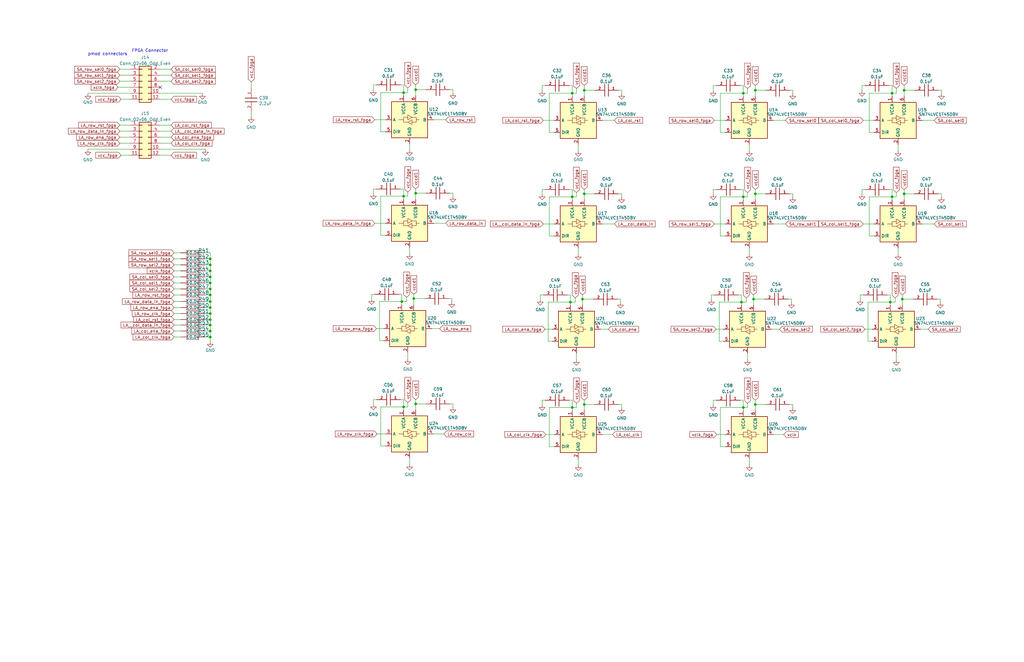
<source format=kicad_sch>
(kicad_sch (version 20230121) (generator eeschema)
  (paper "B")
  (title_block (date "2023-02-15"))
  (junction (at 313.436 171.958))
  (junction (at 88.646 109.22))
  (junction (at 376.174 83.058))
  (junction (at 88.646 114.3))
  (junction (at 240.538 127.508))
  (junction (at 313.436 39.37))
  (junction (at 241.3 39.37))
  (junction (at 88.646 124.46))
  (junction (at 88.646 129.794))
  (junction (at 170.18 171.704))
  (junction (at 88.646 134.874))
  (junction (at 175.26 37.846))
  (junction (at 381.254 81.788))
  (junction (at 174.498 125.984))
  (junction (at 246.38 81.788))
  (junction (at 88.646 137.16))
  (junction (at 246.38 170.688))
  (junction (at 175.26 81.534))
  (junction (at 170.18 39.116))
  (junction (at 88.646 132.334))
  (junction (at 312.674 127.508))
  (junction (at 169.418 127.254))
  (junction (at 246.38 38.1))
  (junction (at 380.492 126.238))
  (junction (at 317.754 126.238))
  (junction (at 318.516 81.788))
  (junction (at 318.516 170.688))
  (junction (at 88.646 119.38))
  (junction (at 88.646 111.76))
  (junction (at 175.26 170.434))
  (junction (at 88.646 121.92))
  (junction (at 376.174 39.37))
  (junction (at 170.18 82.804))
  (junction (at 318.516 38.1))
  (junction (at 245.618 126.238))
  (junction (at 88.646 142.24))
  (junction (at 88.646 139.7))
  (junction (at 241.3 171.958))
  (junction (at 88.646 116.84))
  (junction (at 375.412 127.508))
  (junction (at 88.646 127.254))
  (junction (at 313.436 83.058))
  (junction (at 241.3 83.058))
  (junction (at 381.254 38.1))
  (no_connect (at 67.564 36.83))
  (wire (pts (xy 334.264 39.37) (xy 334.264 38.1)))
  (wire (pts (xy 229.108 50.8) (xy 233.68 50.8)))
  (wire (pts (xy 305.816 188.468) (xy 303.784 188.468)))
  (wire (pts (xy 50.546 57.912) (xy 54.864 57.912)))
  (wire (pts (xy 73.406 132.334) (xy 76.2 132.334)))
  (wire (pts (xy 175.26 170.434) (xy 179.578 170.434)))
  (wire (pts (xy 88.646 139.7) (xy 88.646 142.24)))
  (wire (pts (xy 303.784 188.468) (xy 303.784 171.958)))
  (wire (pts (xy 191.008 37.846) (xy 189.738 37.846)))
  (wire (pts (xy 363.982 50.8) (xy 368.554 50.8)))
  (wire (pts (xy 318.516 168.91) (xy 318.516 170.688)))
  (wire (pts (xy 170.18 82.804) (xy 171.958 82.804)))
  (wire (pts (xy 182.88 183.134) (xy 187.198 183.134)))
  (wire (pts (xy 299.974 126.238) (xy 299.974 124.46)))
  (wire (pts (xy 175.26 37.846) (xy 175.26 40.386)))
  (wire (pts (xy 245.618 124.46) (xy 245.618 126.238)))
  (wire (pts (xy 367.792 144.018) (xy 366.014 144.018)))
  (wire (pts (xy 313.436 36.068) (xy 312.166 36.068)))
  (wire (pts (xy 88.646 132.334) (xy 88.646 134.874)))
  (wire (pts (xy 312.674 127.508) (xy 314.706 127.508)))
  (wire (pts (xy 380.492 126.238) (xy 385.064 126.238)))
  (wire (pts (xy 160.528 39.116) (xy 170.18 39.116)))
  (wire (pts (xy 175.26 79.756) (xy 175.26 81.534)))
  (wire (pts (xy 67.564 60.452) (xy 72.136 60.452)))
  (wire (pts (xy 227.838 126.238) (xy 227.838 124.46)))
  (wire (pts (xy 67.564 34.29) (xy 72.136 34.29)))
  (wire (pts (xy 377.444 125.73) (xy 377.444 127.508)))
  (wire (pts (xy 175.26 81.534) (xy 175.26 84.074)))
  (wire (pts (xy 169.418 127.254) (xy 169.418 128.524)))
  (wire (pts (xy 160.528 171.704) (xy 170.18 171.704)))
  (wire (pts (xy 363.474 36.068) (xy 364.744 36.068)))
  (wire (pts (xy 262.128 170.688) (xy 260.858 170.688)))
  (wire (pts (xy 363.982 94.488) (xy 368.554 94.488)))
  (wire (pts (xy 313.436 80.01) (xy 312.166 80.01)))
  (wire (pts (xy 333.756 127.508) (xy 333.756 126.238)))
  (wire (pts (xy 381.254 80.01) (xy 381.254 81.788)))
  (wire (pts (xy 170.18 79.756) (xy 168.91 79.756)))
  (wire (pts (xy 157.48 35.814) (xy 158.75 35.814)))
  (wire (pts (xy 334.264 83.058) (xy 334.264 81.788)))
  (wire (pts (xy 73.406 114.3) (xy 76.2 114.3)))
  (wire (pts (xy 375.412 124.46) (xy 374.142 124.46)))
  (wire (pts (xy 262.128 38.1) (xy 260.858 38.1)))
  (wire (pts (xy 397.002 38.1) (xy 395.732 38.1)))
  (wire (pts (xy 315.976 60.96) (xy 315.976 63.5)))
  (wire (pts (xy 157.988 50.546) (xy 162.56 50.546)))
  (wire (pts (xy 241.3 39.37) (xy 241.3 40.64)))
  (wire (pts (xy 73.406 129.794) (xy 76.2 129.794)))
  (wire (pts (xy 229.108 94.488) (xy 233.68 94.488)))
  (wire (pts (xy 262.128 81.788) (xy 260.858 81.788)))
  (wire (pts (xy 174.498 125.984) (xy 179.07 125.984)))
  (wire (pts (xy 88.646 119.38) (xy 88.646 121.92)))
  (wire (pts (xy 261.62 127.508) (xy 261.62 126.238)))
  (wire (pts (xy 318.516 81.788) (xy 322.834 81.788)))
  (wire (pts (xy 160.528 188.214) (xy 160.528 171.704)))
  (wire (pts (xy 157.988 94.234) (xy 162.56 94.234)))
  (wire (pts (xy 381.254 81.788) (xy 385.572 81.788)))
  (wire (pts (xy 171.958 169.926) (xy 171.958 171.704)))
  (wire (pts (xy 381.254 38.1) (xy 381.254 40.64)))
  (wire (pts (xy 326.136 50.8) (xy 331.216 50.8)))
  (wire (pts (xy 246.38 81.788) (xy 250.698 81.788)))
  (wire (pts (xy 67.564 41.91) (xy 72.136 41.91)))
  (wire (pts (xy 376.174 83.058) (xy 376.174 80.01)))
  (wire (pts (xy 333.756 126.238) (xy 332.486 126.238)))
  (wire (pts (xy 161.798 143.764) (xy 160.02 143.764)))
  (wire (pts (xy 254 94.488) (xy 259.08 94.488)))
  (wire (pts (xy 254 50.8) (xy 259.08 50.8)))
  (wire (pts (xy 240.538 124.46) (xy 239.268 124.46)))
  (wire (pts (xy 73.406 137.16) (xy 76.2 137.16)))
  (wire (pts (xy 301.244 50.8) (xy 305.816 50.8)))
  (wire (pts (xy 243.84 104.648) (xy 243.84 107.188)))
  (wire (pts (xy 396.494 127.508) (xy 396.494 126.238)))
  (wire (pts (xy 246.38 36.068) (xy 246.38 38.1)))
  (wire (pts (xy 157.48 79.756) (xy 158.75 79.756)))
  (wire (pts (xy 50.546 31.75) (xy 54.864 31.75)))
  (wire (pts (xy 388.874 50.8) (xy 393.954 50.8)))
  (wire (pts (xy 376.174 83.058) (xy 376.174 84.328)))
  (wire (pts (xy 50.546 55.372) (xy 54.864 55.372)))
  (wire (pts (xy 396.494 126.238) (xy 395.224 126.238)))
  (wire (pts (xy 157.48 170.434) (xy 157.48 168.656)))
  (wire (pts (xy 231.14 144.018) (xy 231.14 127.508)))
  (wire (pts (xy 182.88 94.234) (xy 187.96 94.234)))
  (wire (pts (xy 230.124 183.388) (xy 233.68 183.388)))
  (wire (pts (xy 73.406 142.24) (xy 76.2 142.24)))
  (wire (pts (xy 88.646 106.68) (xy 88.646 109.22)))
  (wire (pts (xy 315.976 193.548) (xy 315.976 196.088)))
  (wire (pts (xy 376.174 80.01) (xy 374.904 80.01)))
  (wire (pts (xy 73.406 121.92) (xy 76.2 121.92)))
  (wire (pts (xy 86.36 129.794) (xy 88.646 129.794)))
  (wire (pts (xy 88.646 109.22) (xy 88.646 111.76)))
  (wire (pts (xy 160.528 82.804) (xy 170.18 82.804)))
  (wire (pts (xy 381.254 81.788) (xy 381.254 84.328)))
  (wire (pts (xy 318.516 38.1) (xy 318.516 40.64)))
  (wire (pts (xy 366.522 83.058) (xy 376.174 83.058)))
  (wire (pts (xy 378.714 60.96) (xy 378.714 63.5)))
  (wire (pts (xy 246.38 168.91) (xy 246.38 170.688)))
  (wire (pts (xy 86.36 124.46) (xy 88.646 124.46)))
  (wire (pts (xy 73.406 106.68) (xy 76.2 106.68)))
  (wire (pts (xy 303.784 171.958) (xy 313.436 171.958)))
  (wire (pts (xy 86.36 127.254) (xy 88.646 127.254)))
  (wire (pts (xy 240.538 127.508) (xy 242.57 127.508)))
  (wire (pts (xy 88.646 129.794) (xy 88.646 132.334)))
  (wire (pts (xy 67.564 62.992) (xy 86.614 62.992)))
  (wire (pts (xy 318.516 170.688) (xy 318.516 173.228)))
  (wire (pts (xy 240.538 127.508) (xy 240.538 128.778)))
  (wire (pts (xy 228.6 170.688) (xy 228.6 168.91)))
  (wire (pts (xy 170.18 82.804) (xy 170.18 84.074)))
  (wire (pts (xy 305.054 144.018) (xy 303.276 144.018)))
  (wire (pts (xy 314.706 125.73) (xy 314.706 127.508)))
  (wire (pts (xy 156.718 124.206) (xy 157.988 124.206)))
  (wire (pts (xy 233.68 99.568) (xy 231.648 99.568)))
  (wire (pts (xy 162.56 188.214) (xy 160.528 188.214)))
  (wire (pts (xy 245.618 126.238) (xy 245.618 128.778)))
  (wire (pts (xy 375.412 127.508) (xy 375.412 124.46)))
  (wire (pts (xy 246.38 81.788) (xy 246.38 84.328)))
  (wire (pts (xy 86.36 119.38) (xy 88.646 119.38)))
  (wire (pts (xy 67.564 65.532) (xy 72.136 65.532)))
  (wire (pts (xy 380.492 126.238) (xy 380.492 128.778)))
  (wire (pts (xy 169.418 127.254) (xy 169.418 124.206)))
  (wire (pts (xy 191.008 82.804) (xy 191.008 81.534)))
  (wire (pts (xy 86.36 121.92) (xy 88.646 121.92)))
  (wire (pts (xy 37.084 62.992) (xy 54.864 62.992)))
  (wire (pts (xy 375.412 127.508) (xy 377.444 127.508)))
  (wire (pts (xy 73.406 134.874) (xy 76.2 134.874)))
  (wire (pts (xy 363.474 38.1) (xy 363.474 36.068)))
  (wire (pts (xy 160.02 127.254) (xy 169.418 127.254)))
  (wire (pts (xy 233.68 188.468) (xy 231.648 188.468)))
  (wire (pts (xy 160.528 99.314) (xy 160.528 82.804)))
  (wire (pts (xy 170.18 168.656) (xy 168.91 168.656)))
  (wire (pts (xy 73.406 111.76) (xy 76.2 111.76)))
  (wire (pts (xy 73.406 116.84) (xy 76.2 116.84)))
  (wire (pts (xy 157.48 81.534) (xy 157.48 79.756)))
  (wire (pts (xy 378.714 104.648) (xy 378.714 107.188)))
  (wire (pts (xy 241.3 83.058) (xy 241.3 84.328)))
  (wire (pts (xy 243.078 149.098) (xy 243.078 151.638)))
  (wire (pts (xy 246.38 38.1) (xy 250.698 38.1)))
  (wire (pts (xy 67.564 55.372) (xy 72.136 55.372)))
  (wire (pts (xy 301.244 94.488) (xy 305.816 94.488)))
  (wire (pts (xy 326.136 94.488) (xy 331.216 94.488)))
  (wire (pts (xy 397.002 39.37) (xy 397.002 38.1)))
  (wire (pts (xy 381.254 36.068) (xy 381.254 38.1)))
  (wire (pts (xy 246.38 80.01) (xy 246.38 81.788)))
  (wire (pts (xy 241.3 80.01) (xy 240.03 80.01)))
  (wire (pts (xy 303.784 99.568) (xy 303.784 83.058)))
  (wire (pts (xy 88.646 116.84) (xy 88.646 114.3)))
  (wire (pts (xy 190.5 125.984) (xy 189.23 125.984)))
  (wire (pts (xy 162.56 55.626) (xy 160.528 55.626)))
  (wire (pts (xy 227.838 124.46) (xy 229.108 124.46)))
  (wire (pts (xy 105.918 34.544) (xy 105.918 37.084)))
  (wire (pts (xy 313.436 83.058) (xy 315.214 83.058)))
  (wire (pts (xy 170.18 171.704) (xy 170.18 168.656)))
  (wire (pts (xy 318.516 81.788) (xy 318.516 84.328)))
  (wire (pts (xy 241.3 83.058) (xy 243.078 83.058)))
  (wire (pts (xy 88.646 111.76) (xy 88.646 114.3)))
  (wire (pts (xy 228.6 81.788) (xy 228.6 80.01)))
  (wire (pts (xy 67.564 29.21) (xy 72.136 29.21)))
  (wire (pts (xy 368.554 55.88) (xy 366.522 55.88)))
  (wire (pts (xy 377.952 81.28) (xy 377.952 83.058)))
  (wire (pts (xy 317.754 126.238) (xy 322.326 126.238)))
  (wire (pts (xy 190.5 127.254) (xy 190.5 125.984)))
  (wire (pts (xy 174.498 124.206) (xy 174.498 125.984)))
  (wire (pts (xy 172.72 104.394) (xy 172.72 106.934)))
  (wire (pts (xy 67.564 31.75) (xy 72.136 31.75)))
  (wire (pts (xy 88.646 124.46) (xy 88.646 127.254)))
  (wire (pts (xy 67.564 39.37) (xy 85.344 39.37)))
  (wire (pts (xy 376.174 39.37) (xy 377.952 39.37)))
  (wire (pts (xy 313.436 83.058) (xy 313.436 84.328)))
  (wire (pts (xy 231.648 55.88) (xy 231.648 39.37)))
  (wire (pts (xy 315.976 104.648) (xy 315.976 107.188)))
  (wire (pts (xy 241.3 171.958) (xy 243.078 171.958)))
  (wire (pts (xy 170.18 39.116) (xy 170.18 40.386)))
  (wire (pts (xy 305.816 99.568) (xy 303.784 99.568)))
  (wire (pts (xy 50.546 52.832) (xy 54.864 52.832)))
  (wire (pts (xy 313.436 39.37) (xy 313.436 36.068)))
  (wire (pts (xy 88.646 134.874) (xy 88.646 137.16)))
  (wire (pts (xy 105.918 47.244) (xy 105.918 49.276)))
  (wire (pts (xy 246.38 170.688) (xy 250.698 170.688)))
  (wire (pts (xy 381.254 38.1) (xy 385.572 38.1)))
  (wire (pts (xy 86.36 132.334) (xy 88.646 132.334)))
  (wire (pts (xy 160.528 55.626) (xy 160.528 39.116)))
  (wire (pts (xy 312.674 127.508) (xy 312.674 124.46)))
  (wire (pts (xy 315.214 81.28) (xy 315.214 83.058)))
  (wire (pts (xy 313.436 83.058) (xy 313.436 80.01)))
  (wire (pts (xy 246.38 38.1) (xy 246.38 40.64)))
  (wire (pts (xy 300.736 170.688) (xy 300.736 168.91)))
  (wire (pts (xy 300.736 80.01) (xy 302.006 80.01)))
  (wire (pts (xy 376.174 39.37) (xy 376.174 40.64)))
  (wire (pts (xy 366.522 55.88) (xy 366.522 39.37)))
  (wire (pts (xy 313.436 171.958) (xy 313.436 168.91)))
  (wire (pts (xy 231.648 83.058) (xy 241.3 83.058)))
  (wire (pts (xy 312.674 124.46) (xy 311.404 124.46)))
  (wire (pts (xy 253.238 138.938) (xy 256.54 138.938)))
  (wire (pts (xy 313.436 39.37) (xy 313.436 40.64)))
  (wire (pts (xy 229.87 138.938) (xy 232.918 138.938)))
  (wire (pts (xy 170.18 82.804) (xy 170.18 79.756)))
  (wire (pts (xy 158.75 138.684) (xy 161.798 138.684)))
  (wire (pts (xy 397.002 83.058) (xy 397.002 81.788)))
  (wire (pts (xy 334.264 81.788) (xy 332.994 81.788)))
  (wire (pts (xy 175.26 168.656) (xy 175.26 170.434)))
  (wire (pts (xy 88.646 137.16) (xy 88.646 139.7)))
  (wire (pts (xy 315.214 149.098) (xy 315.214 151.638)))
  (wire (pts (xy 170.18 39.116) (xy 171.958 39.116)))
  (wire (pts (xy 364.744 138.938) (xy 367.792 138.938)))
  (wire (pts (xy 169.418 127.254) (xy 171.45 127.254)))
  (wire (pts (xy 262.128 171.958) (xy 262.128 170.688)))
  (wire (pts (xy 171.45 125.476) (xy 171.45 127.254)))
  (wire (pts (xy 362.712 124.46) (xy 363.982 124.46)))
  (wire (pts (xy 388.874 94.488) (xy 393.954 94.488)))
  (wire (pts (xy 317.754 124.46) (xy 317.754 126.238)))
  (wire (pts (xy 334.264 171.958) (xy 334.264 170.688)))
  (wire (pts (xy 50.546 29.21) (xy 54.864 29.21)))
  (wire (pts (xy 241.3 39.37) (xy 241.3 36.068)))
  (wire (pts (xy 366.522 99.568) (xy 366.522 83.058)))
  (wire (pts (xy 317.754 126.238) (xy 317.754 128.778)))
  (wire (pts (xy 67.564 57.912) (xy 72.136 57.912)))
  (wire (pts (xy 170.18 39.116) (xy 170.18 35.814)))
  (wire (pts (xy 191.008 171.704) (xy 191.008 170.434)))
  (wire (pts (xy 376.174 36.068) (xy 374.904 36.068)))
  (wire (pts (xy 313.436 171.958) (xy 313.436 173.228)))
  (wire (pts (xy 88.646 116.84) (xy 88.646 119.38)))
  (wire (pts (xy 86.36 142.24) (xy 88.646 142.24)))
  (wire (pts (xy 315.214 37.338) (xy 315.214 39.37)))
  (wire (pts (xy 50.546 60.452) (xy 54.864 60.452)))
  (wire (pts (xy 86.36 114.3) (xy 88.646 114.3)))
  (wire (pts (xy 318.516 36.068) (xy 318.516 38.1)))
  (wire (pts (xy 191.008 170.434) (xy 189.738 170.434)))
  (wire (pts (xy 241.3 171.958) (xy 241.3 168.91)))
  (wire (pts (xy 303.784 39.37) (xy 313.436 39.37)))
  (wire (pts (xy 243.84 193.548) (xy 243.84 196.088)))
  (wire (pts (xy 313.436 168.91) (xy 312.166 168.91)))
  (wire (pts (xy 363.474 80.01) (xy 364.744 80.01)))
  (wire (pts (xy 334.264 170.688) (xy 332.994 170.688)))
  (wire (pts (xy 241.3 171.958) (xy 241.3 173.228)))
  (wire (pts (xy 51.054 65.532) (xy 54.864 65.532)))
  (wire (pts (xy 73.406 109.22) (xy 76.2 109.22)))
  (wire (pts (xy 231.648 171.958) (xy 241.3 171.958)))
  (wire (pts (xy 299.974 124.46) (xy 301.244 124.46)))
  (wire (pts (xy 88.646 121.92) (xy 88.646 124.46)))
  (wire (pts (xy 73.406 139.7) (xy 76.2 139.7)))
  (wire (pts (xy 233.68 55.88) (xy 231.648 55.88)))
  (wire (pts (xy 86.36 109.22) (xy 88.646 109.22)))
  (wire (pts (xy 315.214 170.18) (xy 315.214 171.958)))
  (wire (pts (xy 318.516 170.688) (xy 322.834 170.688)))
  (wire (pts (xy 160.02 143.764) (xy 160.02 127.254)))
  (wire (pts (xy 175.26 81.534) (xy 179.578 81.534)))
  (wire (pts (xy 261.62 126.238) (xy 260.35 126.238)))
  (wire (pts (xy 305.816 55.88) (xy 303.784 55.88)))
  (wire (pts (xy 156.718 125.984) (xy 156.718 124.206)))
  (wire (pts (xy 313.436 171.958) (xy 315.214 171.958)))
  (wire (pts (xy 325.374 138.938) (xy 328.676 138.938)))
  (wire (pts (xy 243.84 60.96) (xy 243.84 63.5)))
  (wire (pts (xy 162.56 99.314) (xy 160.528 99.314)))
  (wire (pts (xy 172.72 193.294) (xy 172.72 195.834)))
  (wire (pts (xy 232.918 144.018) (xy 231.14 144.018)))
  (wire (pts (xy 191.008 81.534) (xy 189.738 81.534)))
  (wire (pts (xy 228.6 36.068) (xy 229.87 36.068)))
  (wire (pts (xy 191.008 39.116) (xy 191.008 37.846)))
  (wire (pts (xy 243.078 170.18) (xy 243.078 171.958)))
  (wire (pts (xy 171.958 148.844) (xy 171.958 151.384)))
  (wire (pts (xy 171.958 81.026) (xy 171.958 82.804)))
  (wire (pts (xy 302.26 183.388) (xy 305.816 183.388)))
  (wire (pts (xy 313.436 39.37) (xy 315.214 39.37)))
  (wire (pts (xy 231.648 188.468) (xy 231.648 171.958)))
  (wire (pts (xy 380.492 124.46) (xy 380.492 126.238)))
  (wire (pts (xy 175.26 35.814) (xy 175.26 37.846)))
  (wire (pts (xy 254 183.388) (xy 258.318 183.388)))
  (wire (pts (xy 243.078 81.28) (xy 243.078 83.058)))
  (wire (pts (xy 262.128 83.058) (xy 262.128 81.788)))
  (wire (pts (xy 302.006 138.938) (xy 305.054 138.938)))
  (wire (pts (xy 241.3 39.37) (xy 243.078 39.37)))
  (wire (pts (xy 300.736 38.1) (xy 300.736 36.068)))
  (wire (pts (xy 375.412 127.508) (xy 375.412 128.778)))
  (wire (pts (xy 86.36 134.874) (xy 88.646 134.874)))
  (wire (pts (xy 37.084 39.37) (xy 54.864 39.37)))
  (wire (pts (xy 318.516 80.01) (xy 318.516 81.788)))
  (wire (pts (xy 262.128 39.37) (xy 262.128 38.1)))
  (wire (pts (xy 159.004 183.134) (xy 162.56 183.134)))
  (wire (pts (xy 228.6 80.01) (xy 229.87 80.01)))
  (wire (pts (xy 73.406 119.38) (xy 76.2 119.38)))
  (wire (pts (xy 303.784 83.058) (xy 313.436 83.058)))
  (wire (pts (xy 377.952 37.338) (xy 377.952 39.37)))
  (wire (pts (xy 376.174 83.058) (xy 377.952 83.058)))
  (wire (pts (xy 231.648 99.568) (xy 231.648 83.058)))
  (wire (pts (xy 50.546 34.29) (xy 54.864 34.29)))
  (wire (pts (xy 334.264 38.1) (xy 332.994 38.1)))
  (wire (pts (xy 170.18 171.704) (xy 171.958 171.704)))
  (wire (pts (xy 157.48 37.846) (xy 157.48 35.814)))
  (wire (pts (xy 376.174 39.37) (xy 376.174 36.068)))
  (wire (pts (xy 88.646 142.24) (xy 88.646 144.018)))
  (wire (pts (xy 388.112 138.938) (xy 391.414 138.938)))
  (wire (pts (xy 366.522 39.37) (xy 376.174 39.37)))
  (wire (pts (xy 303.276 144.018) (xy 303.276 127.508)))
  (wire (pts (xy 366.014 144.018) (xy 366.014 127.508)))
  (wire (pts (xy 170.18 171.704) (xy 170.18 172.974)))
  (wire (pts (xy 368.554 99.568) (xy 366.522 99.568)))
  (wire (pts (xy 303.784 55.88) (xy 303.784 39.37)))
  (wire (pts (xy 174.498 125.984) (xy 174.498 128.524)))
  (wire (pts (xy 312.674 127.508) (xy 312.674 128.778)))
  (wire (pts (xy 175.26 170.434) (xy 175.26 172.974)))
  (wire (pts (xy 49.784 36.83) (xy 54.864 36.83)))
  (wire (pts (xy 300.736 36.068) (xy 302.006 36.068)))
  (wire (pts (xy 228.6 168.91) (xy 229.87 168.91)))
  (wire (pts (xy 300.736 81.788) (xy 300.736 80.01)))
  (wire (pts (xy 182.88 50.546) (xy 187.96 50.546)))
  (wire (pts (xy 241.3 168.91) (xy 240.03 168.91)))
  (wire (pts (xy 300.736 168.91) (xy 302.006 168.91)))
  (wire (pts (xy 88.646 127.254) (xy 88.646 129.794)))
  (wire (pts (xy 241.3 36.068) (xy 240.03 36.068)))
  (wire (pts (xy 245.618 126.238) (xy 250.19 126.238)))
  (wire (pts (xy 318.516 38.1) (xy 322.834 38.1)))
  (wire (pts (xy 242.57 125.73) (xy 242.57 127.508)))
  (wire (pts (xy 243.078 37.338) (xy 243.078 39.37)))
  (wire (pts (xy 73.406 124.46) (xy 76.2 124.46)))
  (wire (pts (xy 228.6 38.1) (xy 228.6 36.068)))
  (wire (pts (xy 86.36 139.7) (xy 88.646 139.7)))
  (wire (pts (xy 231.14 127.508) (xy 240.538 127.508)))
  (wire (pts (xy 246.38 170.688) (xy 246.38 173.228)))
  (wire (pts (xy 362.712 126.238) (xy 362.712 124.46)))
  (wire (pts (xy 73.406 127.254) (xy 76.2 127.254)))
  (wire (pts (xy 86.36 106.68) (xy 88.646 106.68)))
  (wire (pts (xy 171.958 37.084) (xy 171.958 39.116)))
  (wire (pts (xy 397.002 81.788) (xy 395.732 81.788)))
  (wire (pts (xy 86.36 111.76) (xy 88.646 111.76)))
  (wire (pts (xy 303.276 127.508) (xy 312.674 127.508)))
  (wire (pts (xy 366.014 127.508) (xy 375.412 127.508)))
  (wire (pts (xy 86.36 137.16) (xy 88.646 137.16)))
  (wire (pts (xy 182.118 138.684) (xy 185.42 138.684)))
  (wire (pts (xy 67.564 52.832) (xy 72.136 52.832)))
  (wire (pts (xy 170.18 35.814) (xy 168.91 35.814)))
  (wire (pts (xy 241.3 83.058) (xy 241.3 80.01)))
  (wire (pts (xy 326.136 183.388) (xy 330.454 183.388)))
  (wire (pts (xy 51.054 41.91) (xy 54.864 41.91)))
  (wire (pts (xy 157.48 168.656) (xy 158.75 168.656)))
  (wire (pts (xy 240.538 127.508) (xy 240.538 124.46)))
  (wire (pts (xy 377.952 149.098) (xy 377.952 151.638)))
  (wire (pts (xy 86.36 116.84) (xy 88.646 116.84)))
  (wire (pts (xy 175.26 37.846) (xy 179.578 37.846)))
  (wire (pts (xy 231.648 39.37) (xy 241.3 39.37)))
  (wire (pts (xy 172.72 60.706) (xy 172.72 63.246)))
  (wire (pts (xy 363.474 81.788) (xy 363.474 80.01)))
  (wire (pts (xy 169.418 124.206) (xy 168.148 124.206)))
  (text " pmod connectors" (at 36.068 23.622 0) (effects (font (size 1.27 1.27)) (justify left bottom)))
  (text "FPGA Connector" (at 55.499 22.225 0) (effects (font (size 1.27 1.27)) (justify left bottom)))
  (global_label "SA_row_sel1" (shape input) (at 331.216 94.488 0) (property "Intersheetrefs" "${INTERSHEET_REFS}" (effects hide)))
  (global_label "LA__col_data_in_fpga" (shape input) (at 72.136 55.372 0) (property "Intersheetrefs" "${INTERSHEET_REFS}" (effects hide)))
  (global_label "SA_row_sel2" (shape input) (at 328.676 138.938 0) (property "Intersheetrefs" "${INTERSHEET_REFS}" (effects hide)))
  (global_label "SA_row_sel2_fpga" (shape input) (at 73.406 111.76 180) (property "Intersheetrefs" "${INTERSHEET_REFS}" (effects hide)))
  (global_label "LA_row_ena_fpga" (shape input) (at 50.546 57.912 180) (property "Intersheetrefs" "${INTERSHEET_REFS}" (effects hide)))
  (global_label "vcc_fpga" (shape input) (at 242.57 125.73 90) (property "Intersheetrefs" "${INTERSHEET_REFS}" (effects hide)))
  (global_label "vccd1" (shape input) (at 174.498 124.206 90) (property "Intersheetrefs" "${INTERSHEET_REFS}" (effects hide)))
  (global_label "SA_row_sel0_fpga" (shape input) (at 50.546 29.21 180) (property "Intersheetrefs" "${INTERSHEET_REFS}" (effects hide)))
  (global_label "SA_col_sel1_fpga" (shape input) (at 363.982 94.488 180) (property "Intersheetrefs" "${INTERSHEET_REFS}" (effects hide)))
  (global_label "vcc_fpga" (shape input) (at 171.958 169.926 90) (property "Intersheetrefs" "${INTERSHEET_REFS}" (effects hide)))
  (global_label "vcc_fpga" (shape input) (at 315.214 37.338 90) (property "Intersheetrefs" "${INTERSHEET_REFS}" (effects hide)))
  (global_label "LA_col_rst_fpga" (shape input) (at 73.406 134.874 180) (property "Intersheetrefs" "${INTERSHEET_REFS}" (effects hide)))
  (global_label "SA_row_sel2_fpga" (shape input) (at 50.546 34.29 180) (property "Intersheetrefs" "${INTERSHEET_REFS}" (effects hide)))
  (global_label "vccd1" (shape input) (at 317.754 124.46 90) (property "Intersheetrefs" "${INTERSHEET_REFS}" (effects hide)))
  (global_label "vccd1" (shape input) (at 175.26 168.656 90) (property "Intersheetrefs" "${INTERSHEET_REFS}" (effects hide)))
  (global_label "LA_row_data_in_fpga" (shape input) (at 73.406 127.254 180) (property "Intersheetrefs" "${INTERSHEET_REFS}" (effects hide)))
  (global_label "xclk_fpga" (shape input) (at 49.784 36.83 180) (property "Intersheetrefs" "${INTERSHEET_REFS}" (effects hide)))
  (global_label "LA_row_clk" (shape input) (at 187.198 183.134 0) (property "Intersheetrefs" "${INTERSHEET_REFS}" (effects hide)))
  (global_label "SA_row_sel0_fpga" (shape input) (at 301.244 50.8 180) (property "Intersheetrefs" "${INTERSHEET_REFS}" (effects hide)))
  (global_label "vcc_fpga" (shape input) (at 105.918 34.544 90) (property "Intersheetrefs" "${INTERSHEET_REFS}" (effects hide)))
  (global_label "vcc_fpga" (shape input) (at 315.214 170.18 90) (property "Intersheetrefs" "${INTERSHEET_REFS}" (effects hide)))
  (global_label "LA_row_ena_fpga" (shape input) (at 73.406 129.794 180) (property "Intersheetrefs" "${INTERSHEET_REFS}" (effects hide)))
  (global_label "vccd1" (shape input) (at 246.38 80.01 90) (property "Intersheetrefs" "${INTERSHEET_REFS}" (effects hide)))
  (global_label "LA_row_clk_fpga" (shape input) (at 159.004 183.134 180) (property "Intersheetrefs" "${INTERSHEET_REFS}" (effects hide)))
  (global_label "LA__col_data_in_fpga" (shape input) (at 229.108 94.488 180) (property "Intersheetrefs" "${INTERSHEET_REFS}" (effects hide)))
  (global_label "vcc_fpga" (shape input) (at 72.136 65.532 0) (property "Intersheetrefs" "${INTERSHEET_REFS}" (effects hide)))
  (global_label "vcc_fpga" (shape input) (at 51.054 41.91 180) (property "Intersheetrefs" "${INTERSHEET_REFS}" (effects hide)))
  (global_label "vccd1" (shape input) (at 381.254 80.01 90) (property "Intersheetrefs" "${INTERSHEET_REFS}" (effects hide)))
  (global_label "LA_col_rst_fpga" (shape input) (at 72.136 52.832 0) (property "Intersheetrefs" "${INTERSHEET_REFS}" (effects hide)))
  (global_label "LA_col_clk_fpga" (shape input) (at 230.124 183.388 180) (property "Intersheetrefs" "${INTERSHEET_REFS}" (effects hide)))
  (global_label "LA_row_ena" (shape input) (at 185.42 138.684 0) (property "Intersheetrefs" "${INTERSHEET_REFS}" (effects hide)))
  (global_label "vcc_fpga" (shape input) (at 51.054 65.532 180) (property "Intersheetrefs" "${INTERSHEET_REFS}" (effects hide)))
  (global_label "vcc_fpga" (shape input) (at 243.078 81.28 90) (property "Intersheetrefs" "${INTERSHEET_REFS}" (effects hide)))
  (global_label "LA_row_rst_fpga" (shape input) (at 157.988 50.546 180) (property "Intersheetrefs" "${INTERSHEET_REFS}" (effects hide)))
  (global_label "vccd1" (shape input) (at 175.26 79.756 90) (property "Intersheetrefs" "${INTERSHEET_REFS}" (effects hide)))
  (global_label "LA_row_rst_fpga" (shape input) (at 50.546 52.832 180) (property "Intersheetrefs" "${INTERSHEET_REFS}" (effects hide)))
  (global_label "SA_col_sel0" (shape input) (at 393.954 50.8 0) (property "Intersheetrefs" "${INTERSHEET_REFS}" (effects hide)))
  (global_label "SA_row_sel1_fpga" (shape input) (at 50.546 31.75 180) (property "Intersheetrefs" "${INTERSHEET_REFS}" (effects hide)))
  (global_label "vcc_fpga" (shape input) (at 243.078 170.18 90) (property "Intersheetrefs" "${INTERSHEET_REFS}" (effects hide)))
  (global_label "vccd1" (shape input) (at 381.254 36.068 90) (property "Intersheetrefs" "${INTERSHEET_REFS}" (effects hide)))
  (global_label "SA_col_sel1_fpga" (shape input) (at 72.136 31.75 0) (property "Intersheetrefs" "${INTERSHEET_REFS}" (effects hide)))
  (global_label "vcc_fpga" (shape input) (at 377.952 81.28 90) (property "Intersheetrefs" "${INTERSHEET_REFS}" (effects hide)))
  (global_label "SA_col_sel0_fpga" (shape input) (at 73.406 116.84 180) (property "Intersheetrefs" "${INTERSHEET_REFS}" (effects hide)))
  (global_label "LA_row_ena_fpga" (shape input) (at 158.75 138.684 180) (property "Intersheetrefs" "${INTERSHEET_REFS}" (effects hide)))
  (global_label "LA_col_rst_fpga" (shape input) (at 229.108 50.8 180) (property "Intersheetrefs" "${INTERSHEET_REFS}" (effects hide)))
  (global_label "LA_col_clk_fpga" (shape input) (at 72.136 60.452 0) (property "Intersheetrefs" "${INTERSHEET_REFS}" (effects hide)))
  (global_label "vcc_fpga" (shape input) (at 171.958 37.084 90) (property "Intersheetrefs" "${INTERSHEET_REFS}" (effects hide)))
  (global_label "vcc_fpga" (shape input) (at 377.444 125.73 90) (property "Intersheetrefs" "${INTERSHEET_REFS}" (effects hide)))
  (global_label "LA__col_data_in_fpga" (shape input) (at 73.406 137.16 180) (property "Intersheetrefs" "${INTERSHEET_REFS}" (effects hide)))
  (global_label "vcc_fpga" (shape input) (at 72.136 41.91 0) (property "Intersheetrefs" "${INTERSHEET_REFS}" (effects hide)))
  (global_label "vccd1" (shape input) (at 318.516 80.01 90) (property "Intersheetrefs" "${INTERSHEET_REFS}" (effects hide)))
  (global_label "LA_row_clk_fpga" (shape input) (at 50.546 60.452 180) (property "Intersheetrefs" "${INTERSHEET_REFS}" (effects hide)))
  (global_label "vcc_fpga" (shape input) (at 171.45 125.476 90) (property "Intersheetrefs" "${INTERSHEET_REFS}" (effects hide)))
  (global_label "xclk" (shape input) (at 330.454 183.388 0) (property "Intersheetrefs" "${INTERSHEET_REFS}" (effects hide)))
  (global_label "SA_row_sel2_fpga" (shape input) (at 302.006 138.938 180) (property "Intersheetrefs" "${INTERSHEET_REFS}" (effects hide)))
  (global_label "vcc_fpga" (shape input) (at 171.958 81.026 90) (property "Intersheetrefs" "${INTERSHEET_REFS}" (effects hide)))
  (global_label "vcc_fpga" (shape input) (at 377.952 37.338 90) (property "Intersheetrefs" "${INTERSHEET_REFS}" (effects hide)))
  (global_label "xclk_fpga" (shape input) (at 73.406 114.3 180) (property "Intersheetrefs" "${INTERSHEET_REFS}" (effects hide)))
  (global_label "vccd1" (shape input) (at 175.26 35.814 90) (property "Intersheetrefs" "${INTERSHEET_REFS}" (effects hide)))
  (global_label "SA_col_sel0_fpga" (shape input) (at 363.982 50.8 180) (property "Intersheetrefs" "${INTERSHEET_REFS}" (effects hide)))
  (global_label "LA_col_ena_fpga" (shape input) (at 229.87 138.938 180) (property "Intersheetrefs" "${INTERSHEET_REFS}" (effects hide)))
  (global_label "SA_row_sel0_fpga" (shape input) (at 73.406 106.68 180) (property "Intersheetrefs" "${INTERSHEET_REFS}" (effects hide)))
  (global_label "LA_col_clk_fpga" (shape input) (at 73.406 142.24 180) (property "Intersheetrefs" "${INTERSHEET_REFS}" (effects hide)))
  (global_label "SA_row_sel1_fpga" (shape input) (at 73.406 109.22 180) (property "Intersheetrefs" "${INTERSHEET_REFS}" (effects hide)))
  (global_label "SA_col_sel2" (shape input) (at 391.414 138.938 0) (property "Intersheetrefs" "${INTERSHEET_REFS}" (effects hide)))
  (global_label "SA_col_sel0_fpga" (shape input) (at 72.136 29.21 0) (property "Intersheetrefs" "${INTERSHEET_REFS}" (effects hide)))
  (global_label "LA_row_data_in_fpga" (shape input) (at 157.988 94.234 180) (property "Intersheetrefs" "${INTERSHEET_REFS}" (effects hide)))
  (global_label "LA_col_ena_fpga" (shape input) (at 73.406 139.7 180) (property "Intersheetrefs" "${INTERSHEET_REFS}" (effects hide)))
  (global_label "vcc_fpga" (shape input) (at 315.214 81.28 90) (property "Intersheetrefs" "${INTERSHEET_REFS}" (effects hide)))
  (global_label "LA__col_data_in" (shape input) (at 259.08 94.488 0) (property "Intersheetrefs" "${INTERSHEET_REFS}" (effects hide)))
  (global_label "SA_col_sel2_fpga" (shape input) (at 72.136 34.29 0) (property "Intersheetrefs" "${INTERSHEET_REFS}" (effects hide)))
  (global_label "vcc_fpga" (shape input) (at 243.078 37.338 90) (property "Intersheetrefs" "${INTERSHEET_REFS}" (effects hide)))
  (global_label "LA_col_clk" (shape input) (at 258.318 183.388 0) (property "Intersheetrefs" "${INTERSHEET_REFS}" (effects hide)))
  (global_label "LA_row_clk_fpga" (shape input) (at 73.406 132.334 180) (property "Intersheetrefs" "${INTERSHEET_REFS}" (effects hide)))
  (global_label "LA_row_rst_fpga" (shape input) (at 73.406 124.46 180) (property "Intersheetrefs" "${INTERSHEET_REFS}" (effects hide)))
  (global_label "LA_row_rst" (shape input) (at 187.96 50.546 0) (property "Intersheetrefs" "${INTERSHEET_REFS}" (effects hide)))
  (global_label "LA_row_data_in" (shape input) (at 187.96 94.234 0) (property "Intersheetrefs" "${INTERSHEET_REFS}" (effects hide)))
  (global_label "LA_row_data_in_fpga" (shape input) (at 50.546 55.372 180) (property "Intersheetrefs" "${INTERSHEET_REFS}" (effects hide)))
  (global_label "vccd1" (shape input) (at 246.38 168.91 90) (property "Intersheetrefs" "${INTERSHEET_REFS}" (effects hide)))
  (global_label "xclk_fpga" (shape input) (at 302.26 183.388 180) (property "Intersheetrefs" "${INTERSHEET_REFS}" (effects hide)))
  (global_label "SA_col_sel2_fpga" (shape input) (at 364.744 138.938 180) (property "Intersheetrefs" "${INTERSHEET_REFS}" (effects hide)))
  (global_label "vccd1" (shape input) (at 246.38 36.068 90) (property "Intersheetrefs" "${INTERSHEET_REFS}" (effects hide)))
  (global_label "SA_col_sel1_fpga" (shape input) (at 73.406 119.38 180) (property "Intersheetrefs" "${INTERSHEET_REFS}" (effects hide)))
  (global_label "SA_col_sel1" (shape input) (at 393.954 94.488 0) (property "Intersheetrefs" "${INTERSHEET_REFS}" (effects hide)))
  (global_label "LA_col_rst" (shape input) (at 259.08 50.8 0) (property "Intersheetrefs" "${INTERSHEET_REFS}" (effects hide)))
  (global_label "vccd1" (shape input) (at 318.516 36.068 90) (property "Intersheetrefs" "${INTERSHEET_REFS}" (effects hide)))
  (global_label "SA_row_sel1_fpga" (shape input) (at 301.244 94.488 180) (property "Intersheetrefs" "${INTERSHEET_REFS}" (effects hide)))
  (global_label "vccd1" (shape input) (at 318.516 168.91 90) (property "Intersheetrefs" "${INTERSHEET_REFS}" (effects hide)))
  (global_label "LA_col_ena" (shape input) (at 256.54 138.938 0) (property "Intersheetrefs" "${INTERSHEET_REFS}" (effects hide)))
  (global_label "vccd1" (shape input) (at 380.492 124.46 90) (property "Intersheetrefs" "${INTERSHEET_REFS}" (effects hide)))
  (global_label "SA_col_sel2_fpga" (shape input) (at 73.406 121.92 180) (property "Intersheetrefs" "${INTERSHEET_REFS}" (effects hide)))
  (global_label "LA_col_ena_fpga" (shape input) (at 72.136 57.912 0) (property "Intersheetrefs" "${INTERSHEET_REFS}" (effects hide)))
  (global_label "vcc_fpga" (shape input) (at 314.706 125.73 90) (property "Intersheetrefs" "${INTERSHEET_REFS}" (effects hide)))
  (global_label "vccd1" (shape input) (at 245.618 124.46 90) (property "Intersheetrefs" "${INTERSHEET_REFS}" (effects hide)))
  (global_label "SA_row_sel0" (shape input) (at 331.216 50.8 0) (property "Intersheetrefs" "${INTERSHEET_REFS}" (effects hide)))
  (symbol (lib_id "Dave:C") (at 184.658 81.534 270) (unit 1)
    (property "Reference" "C44" (at 184.658 75.2942 90))
    (property "Value" "0.1uF" (at 184.658 77.8311 90))
    (property "Footprint" "dave:SM0603" (effects hide))
  )
  (symbol (lib_id "power:GND") (at 262.128 39.37 0) (unit 1)
    (property "Reference" "#PWR0106" (effects hide))
    (property "Value" "GND" (at 262.128 43.8134 0))
  )
  (symbol (lib_id "power:GND") (at 377.952 151.638 0) (unit 1)
    (property "Reference" "#PWR0140" (effects hide))
    (property "Value" "GND" (at 377.952 156.0814 0))
  )
  (symbol (lib_id "Logic_LevelTranslator:SN74LVC1T45DBV") (at 172.72 183.134 0) (unit 1)
    (property "Reference" "U24" (at 182.88 178.689 0))
    (property "Value" "SN74LVC1T45DBV" (at 188.595 180.594 0))
    (property "Footprint" "Package_TO_SOT_SMD:SOT-23-6" (effects hide))
    (property "Datasheet" "http://www.ti.com/lit/ds/symlink/sn74lvc1t45.pdf" (effects hide))
  )
  (symbol (lib_id "Dave:C") (at 184.15 125.984 270) (unit 1)
    (property "Reference" "C52" (at 184.15 119.7442 90))
    (property "Value" "0.1uF" (at 184.15 122.2811 90))
    (property "Footprint" "dave:SM0603" (effects hide))
  )
  (symbol (lib_id "Dave:C") (at 369.824 36.068 270) (unit 1)
    (property "Reference" "C34" (at 369.824 29.8282 90))
    (property "Value" "0.1uF" (at 369.824 32.3651 90))
    (property "Footprint" "dave:SM0603" (effects hide))
  )
  (symbol (lib_id "power:GND") (at 228.6 170.688 0) (unit 1)
    (property "Reference" "#PWR0142" (effects hide))
    (property "Value" "GND" (at 228.6 175.1314 0))
  )
  (symbol (lib_id "power:GND") (at 172.72 106.934 0) (unit 1)
    (property "Reference" "#PWR0124" (effects hide))
    (property "Value" "GND" (at 172.72 111.3774 0))
  )
  (symbol (lib_id "power:GND") (at 334.264 83.058 0) (unit 1)
    (property "Reference" "#PWR0122" (effects hide))
    (property "Value" "GND" (at 334.264 87.5014 0))
  )
  (symbol (lib_id "Dave:C") (at 234.95 80.01 270) (unit 1)
    (property "Reference" "C41" (at 234.95 73.7702 90))
    (property "Value" "0.1uF" (at 234.95 76.3071 90))
    (property "Footprint" "dave:SM0603" (effects hide))
  )
  (symbol (lib_id "power:GND") (at 299.974 126.238 0) (unit 1)
    (property "Reference" "#PWR0130" (effects hide))
    (property "Value" "GND" (at 299.974 130.6814 0))
  )
  (symbol (lib_id "Dave:C") (at 390.652 81.788 270) (unit 1)
    (property "Reference" "C47" (at 390.652 75.5482 90))
    (property "Value" "0.1uF" (at 390.652 78.0851 90))
    (property "Footprint" "dave:SM0603" (effects hide))
  )
  (symbol (lib_id "Logic_LevelTranslator:SN74LVC1T45DBV") (at 243.078 138.938 0) (unit 1)
    (property "Reference" "U21" (at 253.238 134.493 0))
    (property "Value" "SN74LVC1T45DBV" (at 258.953 136.398 0))
    (property "Footprint" "Package_TO_SOT_SMD:SOT-23-6" (effects hide))
    (property "Datasheet" "http://www.ti.com/lit/ds/symlink/sn74lvc1t45.pdf" (effects hide))
  )
  (symbol (lib_id "power:GND") (at 172.72 63.246 0) (unit 1)
    (property "Reference" "#PWR0112" (effects hide))
    (property "Value" "GND" (at 172.72 67.056 0))
  )
  (symbol (lib_id "Dave:R") (at 81.28 106.68 0) (unit 1)
    (property "Reference" "R41" (at 85.852 105.664 0) (effects (font (size 1.524 1.524))))
    (property "Value" "10.0k" (at 81.28 106.68 0))
    (property "Footprint" "dave:SM0603" (effects hide))
  )
  (symbol (lib_id "Dave:C") (at 184.658 170.434 270) (unit 1)
    (property "Reference" "C59" (at 184.658 164.1942 90))
    (property "Value" "0.1uF" (at 184.658 166.7311 90))
    (property "Footprint" "dave:SM0603" (effects hide))
  )
  (symbol (lib_id "power:GND") (at 397.002 39.37 0) (unit 1)
    (property "Reference" "#PWR0108" (effects hide))
    (property "Value" "GND" (at 397.002 43.8134 0))
  )
  (symbol (lib_id "Dave:R") (at 81.28 116.84 0) (unit 1)
    (property "Reference" "R45" (at 85.852 115.824 0) (effects (font (size 1.524 1.524))))
    (property "Value" "10.0k" (at 81.28 116.84 0))
    (property "Footprint" "dave:SM0603" (effects hide))
  )
  (symbol (lib_id "Dave:R") (at 81.28 127.254 0) (unit 1)
    (property "Reference" "R49" (at 85.852 126.238 0) (effects (font (size 1.524 1.524))))
    (property "Value" "10.0k" (at 81.28 127.254 0))
    (property "Footprint" "dave:SM0603" (effects hide))
  )
  (symbol (lib_id "power:GND") (at 334.264 39.37 0) (unit 1)
    (property "Reference" "#PWR0107" (effects hide))
    (property "Value" "GND" (at 334.264 43.8134 0))
  )
  (symbol (lib_id "Logic_LevelTranslator:SN74LVC1T45DBV") (at 315.976 94.488 0) (unit 1)
    (property "Reference" "U18" (at 326.136 90.043 0))
    (property "Value" "SN74LVC1T45DBV" (at 331.851 91.948 0))
    (property "Footprint" "Package_TO_SOT_SMD:SOT-23-6" (effects hide))
    (property "Datasheet" "http://www.ti.com/lit/ds/symlink/sn74lvc1t45.pdf" (effects hide))
  )
  (symbol (lib_id "power:GND") (at 157.48 81.534 0) (unit 1)
    (property "Reference" "#PWR0116" (effects hide))
    (property "Value" "GND" (at 157.48 85.9774 0))
  )
  (symbol (lib_id "power:GND") (at 262.128 83.058 0) (unit 1)
    (property "Reference" "#PWR0121" (effects hide))
    (property "Value" "GND" (at 262.128 87.5014 0))
  )
  (symbol (lib_id "power:GND") (at 300.736 38.1 0) (unit 1)
    (property "Reference" "#PWR0101" (effects hide))
    (property "Value" "GND" (at 300.736 42.5434 0))
  )
  (symbol (lib_id "power:GND") (at 85.344 39.37 0) (unit 1)
    (property "Reference" "#PWR0105" (effects hide))
    (property "Value" "GND" (at 85.344 43.18 0))
  )
  (symbol (lib_id "Dave:R") (at 81.28 139.7 0) (unit 1)
    (property "Reference" "R54" (at 85.852 138.684 0) (effects (font (size 1.524 1.524))))
    (property "Value" "10.0k" (at 81.28 139.7 0))
    (property "Footprint" "dave:SM0603" (effects hide))
  )
  (symbol (lib_id "Dave:R") (at 81.28 114.3 0) (unit 1)
    (property "Reference" "R44" (at 85.852 113.284 0) (effects (font (size 1.524 1.524))))
    (property "Value" "10.0k" (at 81.28 114.3 0))
    (property "Footprint" "dave:SM0603" (effects hide))
  )
  (symbol (lib_id "Logic_LevelTranslator:SN74LVC1T45DBV") (at 315.976 50.8 0) (unit 1)
    (property "Reference" "U14" (at 326.136 46.355 0))
    (property "Value" "SN74LVC1T45DBV" (at 331.851 48.26 0))
    (property "Footprint" "Package_TO_SOT_SMD:SOT-23-6" (effects hide))
    (property "Datasheet" "http://www.ti.com/lit/ds/symlink/sn74lvc1t45.pdf" (effects hide))
  )
  (symbol (lib_id "Dave:C") (at 307.086 80.01 270) (unit 1)
    (property "Reference" "C42" (at 307.086 73.7702 90))
    (property "Value" "0.1uF" (at 307.086 76.3071 90))
    (property "Footprint" "dave:SM0603" (effects hide))
  )
  (symbol (lib_id "power:GND") (at 228.6 81.788 0) (unit 1)
    (property "Reference" "#PWR0117" (effects hide))
    (property "Value" "GND" (at 228.6 86.2314 0))
  )
  (symbol (lib_id "Connector_Generic:Conn_02x06_Odd_Even") (at 59.944 57.912 0) (unit 1)
    (property "Reference" "J15" (at 61.214 47.8622 0))
    (property "Value" "Conn_02x06_Odd_Even" (at 61.214 50.3991 0))
    (property "Footprint" "Connector_PinHeader_2.54mm:PinHeader_2x06_P2.54mm_Horizontal" (effects hide))
  )
  (symbol (lib_id "Dave:C") (at 327.406 126.238 270) (unit 1)
    (property "Reference" "C54" (at 327.406 119.9982 90))
    (property "Value" "0.1uF" (at 327.406 122.5351 90))
    (property "Footprint" "dave:SM0603" (effects hide))
  )
  (symbol (lib_id "power:GND") (at 227.838 126.238 0) (unit 1)
    (property "Reference" "#PWR0129" (effects hide))
    (property "Value" "GND" (at 227.838 130.6814 0))
  )
  (symbol (lib_id "Dave:C") (at 255.27 126.238 270) (unit 1)
    (property "Reference" "C53" (at 255.27 119.9982 90))
    (property "Value" "0.1uF" (at 255.27 122.5351 90))
    (property "Footprint" "dave:SM0603" (effects hide))
  )
  (symbol (lib_id "power:GND") (at 37.084 62.992 0) (unit 1)
    (property "Reference" "#PWR0110" (effects hide))
    (property "Value" "GND" (at 37.084 67.4354 0))
  )
  (symbol (lib_id "power:GND") (at 228.6 38.1 0) (unit 1)
    (property "Reference" "#PWR0100" (effects hide))
    (property "Value" "GND" (at 228.6 42.5434 0))
  )
  (symbol (lib_id "power:GND") (at 171.958 151.384 0) (unit 1)
    (property "Reference" "#PWR0137" (effects hide))
    (property "Value" "GND" (at 171.958 155.8274 0))
  )
  (symbol (lib_id "power:GND") (at 397.002 83.058 0) (unit 1)
    (property "Reference" "#PWR0123" (effects hide))
    (property "Value" "GND" (at 397.002 87.5014 0))
  )
  (symbol (lib_id "Dave:R") (at 81.28 132.334 0) (unit 1)
    (property "Reference" "R51" (at 85.852 131.318 0) (effects (font (size 1.524 1.524))))
    (property "Value" "10.0k" (at 81.28 132.334 0))
    (property "Footprint" "dave:SM0603" (effects hide))
  )
  (symbol (lib_id "power:GND") (at 37.084 39.37 0) (unit 1)
    (property "Reference" "#PWR0104" (effects hide))
    (property "Value" "GND" (at 37.084 43.18 0))
  )
  (symbol (lib_id "Dave:C") (at 163.068 124.206 270) (unit 1)
    (property "Reference" "C48" (at 163.068 117.9662 90))
    (property "Value" "0.1uF" (at 163.068 120.5031 90))
    (property "Footprint" "dave:SM0603" (effects hide))
  )
  (symbol (lib_id "power:GND") (at 262.128 171.958 0) (unit 1)
    (property "Reference" "#PWR0145" (effects hide))
    (property "Value" "GND" (at 262.128 176.4014 0))
  )
  (symbol (lib_id "Dave:R") (at 81.28 134.874 0) (unit 1)
    (property "Reference" "R52" (at 85.852 133.858 0) (effects (font (size 1.524 1.524))))
    (property "Value" "10.0k" (at 81.28 134.874 0))
    (property "Footprint" "dave:SM0603" (effects hide))
  )
  (symbol (lib_id "power:GND") (at 363.474 81.788 0) (unit 1)
    (property "Reference" "#PWR0119" (effects hide))
    (property "Value" "GND" (at 363.474 86.2314 0))
  )
  (symbol (lib_id "power:GND") (at 191.008 171.704 0) (unit 1)
    (property "Reference" "#PWR0144" (effects hide))
    (property "Value" "GND" (at 191.008 176.1474 0))
  )
  (symbol (lib_id "Dave:C") (at 390.144 126.238 270) (unit 1)
    (property "Reference" "C55" (at 390.144 119.9982 90))
    (property "Value" "0.1uF" (at 390.144 122.5351 90))
    (property "Footprint" "dave:SM0603" (effects hide))
  )
  (symbol (lib_id "power:GND") (at 300.736 81.788 0) (unit 1)
    (property "Reference" "#PWR0118" (effects hide))
    (property "Value" "GND" (at 300.736 86.2314 0))
  )
  (symbol (lib_id "Logic_LevelTranslator:SN74LVC1T45DBV") (at 171.958 138.684 0) (unit 1)
    (property "Reference" "U20" (at 182.118 134.239 0))
    (property "Value" "SN74LVC1T45DBV" (at 187.833 136.144 0))
    (property "Footprint" "Package_TO_SOT_SMD:SOT-23-6" (effects hide))
    (property "Datasheet" "http://www.ti.com/lit/ds/symlink/sn74lvc1t45.pdf" (effects hide))
  )
  (symbol (lib_id "power:GND") (at 88.646 144.018 0) (unit 1)
    (property "Reference" "#PWR0136" (effects hide))
    (property "Value" "GND" (at 88.646 147.828 0))
  )
  (symbol (lib_id "power:GND") (at 315.976 107.188 0) (unit 1)
    (property "Reference" "#PWR0126" (effects hide))
    (property "Value" "GND" (at 315.976 111.6314 0))
  )
  (symbol (lib_id "power:GND") (at 156.718 125.984 0) (unit 1)
    (property "Reference" "#PWR0128" (effects hide))
    (property "Value" "GND" (at 156.718 130.4274 0))
  )
  (symbol (lib_id "Dave:R") (at 81.28 109.22 0) (unit 1)
    (property "Reference" "R42" (at 85.852 108.204 0) (effects (font (size 1.524 1.524))))
    (property "Value" "10.0k" (at 81.28 109.22 0))
    (property "Footprint" "dave:SM0603" (effects hide))
  )
  (symbol (lib_id "power:GND") (at 363.474 38.1 0) (unit 1)
    (property "Reference" "#PWR0102" (effects hide))
    (property "Value" "GND" (at 363.474 42.5434 0))
  )
  (symbol (lib_id "power:GND") (at 333.756 127.508 0) (unit 1)
    (property "Reference" "#PWR0134" (effects hide))
    (property "Value" "GND" (at 333.756 131.9514 0))
  )
  (symbol (lib_id "Dave:C") (at 163.83 168.656 270) (unit 1)
    (property "Reference" "C56" (at 163.83 162.4162 90))
    (property "Value" "0.1uF" (at 163.83 164.9531 90))
    (property "Footprint" "dave:SM0603" (effects hide))
  )
  (symbol (lib_id "power:GND") (at 86.614 62.992 0) (unit 1)
    (property "Reference" "#PWR0111" (effects hide))
    (property "Value" "GND" (at 86.614 67.4354 0))
  )
  (symbol (lib_id "Dave:C") (at 327.914 81.788 270) (unit 1)
    (property "Reference" "C46" (at 327.914 75.5482 90))
    (property "Value" "0.1uF" (at 327.914 78.0851 90))
    (property "Footprint" "dave:SM0603" (effects hide))
  )
  (symbol (lib_id "Logic_LevelTranslator:SN74LVC1T45DBV") (at 377.952 138.938 0) (unit 1)
    (property "Reference" "U23" (at 388.112 134.493 0))
    (property "Value" "SN74LVC1T45DBV" (at 393.827 136.398 0))
    (property "Footprint" "Package_TO_SOT_SMD:SOT-23-6" (effects hide))
    (property "Datasheet" "http://www.ti.com/lit/ds/symlink/sn74lvc1t45.pdf" (effects hide))
  )
  (symbol (lib_id "power:GND") (at 191.008 39.116 0) (unit 1)
    (property "Reference" "#PWR0103" (effects hide))
    (property "Value" "GND" (at 191.008 43.5594 0))
  )
  (symbol (lib_id "Dave:R") (at 81.28 129.794 0) (unit 1)
    (property "Reference" "R50" (at 85.852 128.778 0) (effects (font (size 1.524 1.524))))
    (property "Value" "10.0k" (at 81.28 129.794 0))
    (property "Footprint" "dave:SM0603" (effects hide))
  )
  (symbol (lib_id "power:GND") (at 243.84 63.5 0) (unit 1)
    (property "Reference" "#PWR0113" (effects hide))
    (property "Value" "GND" (at 243.84 67.31 0))
  )
  (symbol (lib_id "power:GND") (at 315.976 196.088 0) (unit 1)
    (property "Reference" "#PWR0149" (effects hide))
    (property "Value" "GND" (at 315.976 200.5314 0))
  )
  (symbol (lib_id "power:GND") (at 190.5 127.254 0) (unit 1)
    (property "Reference" "#PWR0132" (effects hide))
    (property "Value" "GND" (at 190.5 131.6974 0))
  )
  (symbol (lib_id "Dave:C") (at 163.83 35.814 270) (unit 1)
    (property "Reference" "C31" (at 163.83 29.5742 90))
    (property "Value" "0.1uF" (at 163.83 32.1111 90))
    (property "Footprint" "dave:SM0603" (effects hide))
  )
  (symbol (lib_id "power:GND") (at 300.736 170.688 0) (unit 1)
    (property "Reference" "#PWR0143" (effects hide))
    (property "Value" "GND" (at 300.736 175.1314 0))
  )
  (symbol (lib_id "Dave:C") (at 184.658 37.846 270) (unit 1)
    (property "Reference" "C35" (at 184.658 31.6062 90))
    (property "Value" "0.1uF" (at 184.658 34.1431 90))
    (property "Footprint" "dave:SM0603" (effects hide))
  )
  (symbol (lib_id "power:GND") (at 243.84 196.088 0) (unit 1)
    (property "Reference" "#PWR0148" (effects hide))
    (property "Value" "GND" (at 243.84 200.5314 0))
  )
  (symbol (lib_id "Logic_LevelTranslator:SN74LVC1T45DBV") (at 315.214 138.938 0) (unit 1)
    (property "Reference" "U22" (at 325.374 134.493 0))
    (property "Value" "SN74LVC1T45DBV" (at 331.089 136.398 0))
    (property "Footprint" "Package_TO_SOT_SMD:SOT-23-6" (effects hide))
    (property "Datasheet" "http://www.ti.com/lit/ds/symlink/sn74lvc1t45.pdf" (effects hide))
  )
  (symbol (lib_id "Logic_LevelTranslator:SN74LVC1T45DBV") (at 315.976 183.388 0) (unit 1)
    (property "Reference" "U26" (at 326.136 178.943 0))
    (property "Value" "SN74LVC1T45DBV" (at 331.851 180.848 0))
    (property "Footprint" "Package_TO_SOT_SMD:SOT-23-6" (effects hide))
    (property "Datasheet" "http://www.ti.com/lit/ds/symlink/sn74lvc1t45.pdf" (effects hide))
  )
  (symbol (lib_id "power:GND") (at 105.918 49.276 0) (unit 1)
    (property "Reference" "#PWR0109" (effects hide))
    (property "Value" "GND" (at 105.918 53.7194 0))
  )
  (symbol (lib_id "power:GND") (at 396.494 127.508 0) (unit 1)
    (property "Reference" "#PWR0135" (effects hide))
    (property "Value" "GND" (at 396.494 131.9514 0))
  )
  (symbol (lib_id "power:GND") (at 243.078 151.638 0) (unit 1)
    (property "Reference" "#PWR0138" (effects hide))
    (property "Value" "GND" (at 243.078 156.0814 0))
  )
  (symbol (lib_id "power:GND") (at 315.214 151.638 0) (unit 1)
    (property "Reference" "#PWR0139" (effects hide))
    (property "Value" "GND" (at 315.214 156.0814 0))
  )
  (symbol (lib_id "Dave:C") (at 327.914 38.1 270) (unit 1)
    (property "Reference" "C37" (at 327.914 31.8602 90))
    (property "Value" "0.1uF" (at 327.914 34.3971 90))
    (property "Footprint" "dave:SM0603" (effects hide))
  )
  (symbol (lib_id "power:GND") (at 334.264 171.958 0) (unit 1)
    (property "Reference" "#PWR0146" (effects hide))
    (property "Value" "GND" (at 334.264 176.4014 0))
  )
  (symbol (lib_id "power:GND") (at 378.714 107.188 0) (unit 1)
    (property "Reference" "#PWR0127" (effects hide))
    (property "Value" "GND" (at 378.714 111.6314 0))
  )
  (symbol (lib_id "Dave:R") (at 81.28 137.16 0) (unit 1)
    (property "Reference" "R53" (at 85.852 136.144 0) (effects (font (size 1.524 1.524))))
    (property "Value" "10.0k" (at 81.28 137.16 0))
    (property "Footprint" "dave:SM0603" (effects hide))
  )
  (symbol (lib_id "Logic_LevelTranslator:SN74LVC1T45DBV") (at 172.72 94.234 0) (unit 1)
    (property "Reference" "U16" (at 182.88 89.789 0))
    (property "Value" "SN74LVC1T45DBV" (at 188.595 91.694 0))
    (property "Footprint" "Package_TO_SOT_SMD:SOT-23-6" (effects hide))
    (property "Datasheet" "http://www.ti.com/lit/ds/symlink/sn74lvc1t45.pdf" (effects hide))
  )
  (symbol (lib_id "Dave:C") (at 234.95 168.91 270) (unit 1)
    (property "Reference" "C57" (at 234.95 162.6702 90))
    (property "Value" "0.1uF" (at 234.95 165.2071 90))
    (property "Footprint" "dave:SM0603" (effects hide))
  )
  (symbol (lib_id "Dave:C") (at 306.324 124.46 270) (unit 1)
    (property "Reference" "C50" (at 306.324 118.2202 90))
    (property "Value" "0.1uF" (at 306.324 120.7571 90))
    (property "Footprint" "dave:SM0603" (effects hide))
  )
  (symbol (lib_id "Dave:R") (at 81.28 111.76 0) (unit 1)
    (property "Reference" "R43" (at 85.852 110.744 0) (effects (font (size 1.524 1.524))))
    (property "Value" "10.0k" (at 81.28 111.76 0))
    (property "Footprint" "dave:SM0603" (effects hide))
  )
  (symbol (lib_id "Dave:R") (at 81.28 142.24 0) (unit 1)
    (property "Reference" "R55" (at 85.852 141.224 0) (effects (font (size 1.524 1.524))))
    (property "Value" "10.0k" (at 81.28 142.24 0))
    (property "Footprint" "dave:SM0603" (effects hide))
  )
  (symbol (lib_id "Logic_LevelTranslator:SN74LVC1T45DBV") (at 243.84 183.388 0) (unit 1)
    (property "Reference" "U25" (at 254 178.943 0))
    (property "Value" "SN74LVC1T45DBV" (at 259.715 180.848 0))
    (property "Footprint" "Package_TO_SOT_SMD:SOT-23-6" (effects hide))
    (property "Datasheet" "http://www.ti.com/lit/ds/symlink/sn74lvc1t45.pdf" (effects hide))
  )
  (symbol (lib_id "power:GND") (at 157.48 37.846 0) (unit 1)
    (property "Reference" "#PWR099" (effects hide))
    (property "Value" "GND" (at 157.48 42.2894 0))
  )
  (symbol (lib_id "Dave:C") (at 369.062 124.46 270) (unit 1)
    (property "Reference" "C51" (at 369.062 118.2202 90))
    (property "Value" "0.1uF" (at 369.062 120.7571 90))
    (property "Footprint" "dave:SM0603" (effects hide))
  )
  (symbol (lib_id "Logic_LevelTranslator:SN74LVC1T45DBV") (at 243.84 94.488 0) (unit 1)
    (property "Reference" "U17" (at 254 90.043 0))
    (property "Value" "SN74LVC1T45DBV" (at 259.715 91.948 0))
    (property "Footprint" "Package_TO_SOT_SMD:SOT-23-6" (effects hide))
    (property "Datasheet" "http://www.ti.com/lit/ds/symlink/sn74lvc1t45.pdf" (effects hide))
  )
  (symbol (lib_id "power:GND") (at 378.714 63.5 0) (unit 1)
    (property "Reference" "#PWR0115" (effects hide))
    (property "Value" "GND" (at 378.714 67.31 0))
  )
  (symbol (lib_id "Logic_LevelTranslator:SN74LVC1T45DBV") (at 243.84 50.8 0) (unit 1)
    (property "Reference" "U13" (at 254 46.355 0))
    (property "Value" "SN74LVC1T45DBV" (at 259.715 48.26 0))
    (property "Footprint" "Package_TO_SOT_SMD:SOT-23-6" (effects hide))
    (property "Datasheet" "http://www.ti.com/lit/ds/symlink/sn74lvc1t45.pdf" (effects hide))
  )
  (symbol (lib_id "power:GND") (at 261.62 127.508 0) (unit 1)
    (property "Reference" "#PWR0133" (effects hide))
    (property "Value" "GND" (at 261.62 131.9514 0))
  )
  (symbol (lib_id "Logic_LevelTranslator:SN74LVC1T45DBV") (at 172.72 50.546 0) (unit 1)
    (property "Reference" "U12" (at 182.88 46.101 0))
    (property "Value" "SN74LVC1T45DBV" (at 188.595 48.006 0))
    (property "Footprint" "Package_TO_SOT_SMD:SOT-23-6" (effects hide))
    (property "Datasheet" "http://www.ti.com/lit/ds/symlink/sn74lvc1t45.pdf" (effects hide))
  )
  (symbol (lib_id "power:GND") (at 315.976 63.5 0) (unit 1)
    (property "Reference" "#PWR0114" (effects hide))
    (property "Value" "GND" (at 315.976 67.31 0))
  )
  (symbol (lib_id "power:GND") (at 172.72 195.834 0) (unit 1)
    (property "Reference" "#PWR0147" (effects hide))
    (property "Value" "GND" (at 172.72 200.2774 0))
  )
  (symbol (lib_id "Connector_Generic:Conn_02x06_Odd_Even") (at 59.944 34.29 0) (unit 1)
    (property "Reference" "J14" (at 61.214 24.2402 0))
    (property "Value" "Conn_02x06_Odd_Even" (at 61.214 26.7771 0))
    (property "Footprint" "Connector_PinHeader_2.54mm:PinHeader_2x06_P2.54mm_Horizontal" (effects hide))
  )
  (symbol (lib_id "Dave:C") (at 255.778 38.1 270) (unit 1)
    (property "Reference" "C36" (at 255.778 31.8602 90))
    (property "Value" "0.1uF" (at 255.778 34.3971 90))
    (property "Footprint" "dave:SM0603" (effects hide))
  )
  (symbol (lib_id "Dave:C") (at 369.824 80.01 270) (unit 1)
    (property "Reference" "C43" (at 369.824 73.7702 90))
    (property "Value" "0.1uF" (at 369.824 76.3071 90))
    (property "Footprint" "dave:SM0603" (effects hide))
  )
  (symbol (lib_id "Dave:C") (at 255.778 81.788 270) (unit 1)
    (property "Reference" "C45" (at 255.778 75.5482 90))
    (property "Value" "0.1uF" (at 255.778 78.0851 90))
    (property "Footprint" "dave:SM0603" (effects hide))
  )
  (symbol (lib_id "Dave:C") (at 307.086 168.91 270) (unit 1)
    (property "Reference" "C58" (at 307.086 162.6702 90))
    (property "Value" "0.1uF" (at 307.086 165.2071 90))
    (property "Footprint" "dave:SM0603" (effects hide))
  )
  (symbol (lib_id "Dave:C") (at 307.086 36.068 270) (unit 1)
    (property "Reference" "C33" (at 307.086 29.8282 90))
    (property "Value" "0.1uF" (at 307.086 32.3651 90))
    (property "Footprint" "dave:SM0603" (effects hide))
  )
  (symbol (lib_id "Dave:R") (at 81.28 124.46 0) (unit 1)
    (property "Reference" "R48" (at 85.852 123.444 0) (effects (font (size 1.524 1.524))))
    (property "Value" "10.0k" (at 81.28 124.46 0))
    (property "Footprint" "dave:SM0603" (effects hide))
  )
  (symbol (lib_id "Dave:C") (at 255.778 170.688 270) (unit 1)
    (property "Reference" "C60" (at 255.778 164.4482 90))
    (property "Value" "0.1uF" (at 255.778 166.9851 90))
    (property "Footprint" "dave:SM0603" (effects hide))
  )
  (symbol (lib_id "power:GND") (at 243.84 107.188 0) (unit 1)
    (property "Reference" "#PWR0125" (effects hide))
    (property "Value" "GND" (at 243.84 111.6314 0))
  )
  (symbol (lib_id "power:GND") (at 157.48 170.434 0) (unit 1)
    (property "Reference" "#PWR0141" (effects hide))
    (property "Value" "GND" (at 157.48 174.8774 0))
  )
  (symbol (lib_id "Dave:C") (at 105.918 42.164 0) (unit 1)
    (property "Reference" "C39" (at 109.22 41.3293 0) (effects (justify left)))
    (property "Value" "2.2uF" (at 109.22 43.688 0) (effects (justify left)))
    (property "Footprint" "dave:SM0603" (effects hide))
  )
  (symbol (lib_id "Dave:C") (at 390.652 38.1 270) (unit 1)
    (property "Reference" "C38" (at 390.652 31.8602 90))
    (property "Value" "0.1uF" (at 390.652 34.3971 90))
    (property "Footprint" "dave:SM0603" (effects hide))
  )
  (symbol (lib_id "Dave:C") (at 234.95 36.068 270) (unit 1)
    (property "Reference" "C32" (at 234.95 29.8282 90))
    (property "Value" "0.1uF" (at 234.95 32.3651 90))
    (property "Footprint" "dave:SM0603" (effects hide))
  )
  (symbol (lib_id "Logic_LevelTranslator:SN74LVC1T45DBV") (at 378.714 94.488 0) (unit 1)
    (property "Reference" "U19" (at 388.874 90.043 0))
    (property "Value" "SN74LVC1T45DBV" (at 394.589 91.948 0))
    (property "Footprint" "Package_TO_SOT_SMD:SOT-23-6" (effects hide))
    (property "Datasheet" "http://www.ti.com/lit/ds/symlink/sn74lvc1t45.pdf" (effects hide))
  )
  (symbol (lib_id "power:GND") (at 191.008 82.804 0) (unit 1)
    (property "Reference" "#PWR0120" (effects hide))
    (property "Value" "GND" (at 191.008 87.2474 0))
  )
  (symbol (lib_id "Dave:C") (at 327.914 170.688 270) (unit 1)
    (property "Reference" "C61" (at 327.914 164.4482 90))
    (property "Value" "0.1uF" (at 327.914 166.9851 90))
    (property "Footprint" "dave:SM0603" (effects hide))
  )
  (symbol (lib_id "Dave:C") (at 234.188 124.46 270) (unit 1)
    (property "Reference" "C49" (at 234.188 118.2202 90))
    (property "Value" "0.1uF" (at 234.188 120.7571 90))
    (property "Footprint" "dave:SM0603" (effects hide))
  )
  (symbol (lib_id "power:GND") (at 362.712 126.238 0) (unit 1)
    (property "Reference" "#PWR0131" (effects hide))
    (property "Value" "GND" (at 362.712 130.6814 0))
  )
  (symbol (lib_id "Dave:C") (at 163.83 79.756 270) (unit 1)
    (property "Reference" "C40" (at 163.83 73.5162 90))
    (property "Value" "0.1uF" (at 163.83 76.0531 90))
    (property "Footprint" "dave:SM0603" (effects hide))
  )
  (symbol (lib_id "Dave:R") (at 81.28 119.38 0) (unit 1)
    (property "Reference" "R46" (at 85.852 118.364 0) (effects (font (size 1.524 1.524))))
    (property "Value" "10.0k" (at 81.28 119.38 0))
    (property "Footprint" "dave:SM0603" (effects hide))
  )
  (symbol (lib_id "Dave:R") (at 81.28 121.92 0) (unit 1)
    (property "Reference" "R47" (at 85.852 120.904 0) (effects (font (size 1.524 1.524))))
    (property "Value" "10.0k" (at 81.28 121.92 0))
    (property "Footprint" "dave:SM0603" (effects hide))
  )
  (symbol (lib_id "Logic_LevelTranslator:SN74LVC1T45DBV") (at 378.714 50.8 0) (unit 1)
    (property "Reference" "U15" (at 388.874 46.355 0))
    (property "Value" "SN74LVC1T45DBV" (at 395.732 48.26 0))
    (property "Footprint" "Package_TO_SOT_SMD:SOT-23-6" (effects hide))
    (property "Datasheet" "http://www.ti.com/lit/ds/symlink/sn74lvc1t45.pdf" (effects hide))
  )
)
</source>
